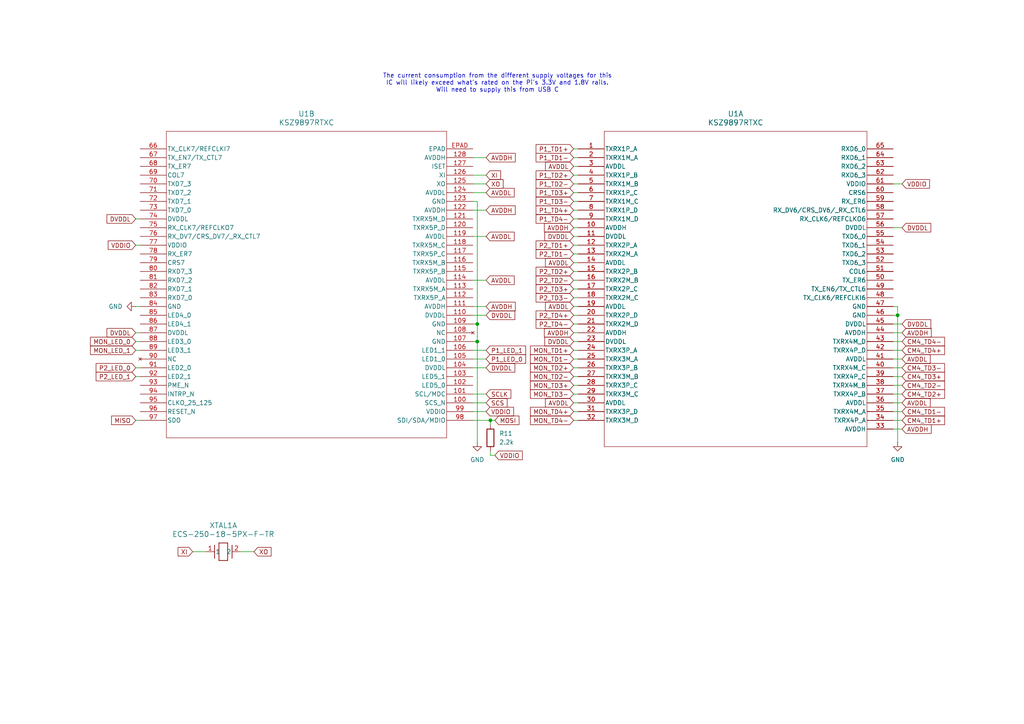
<source format=kicad_sch>
(kicad_sch (version 20231120) (generator "eeschema") (generator_version "8.0")
  (paper "A4")
  (lib_symbols
    (symbol "Device:R" (pin_numbers hide) (pin_names (offset 0))
      (property "Reference" "R" (at 2.032 0 90))
      (property "Value" "R" (at 0 0 90))
      (symbol "R_0_1"
        (rectangle (start -1.016 -2.54) (end 1.016 2.54) (stroke (width 0.254)))
      )
      (symbol "R_1_1"
        (pin passive line (at 0 3.81 270) (length 1.27) (name "~") (number "1"))
        (pin passive line (at 0 -3.81 90) (length 1.27) (name "~") (number "2"))
      )
    )
    (symbol "ECS-250-18-5PX-F-TR:ECS-250-18-5PX-F-TR" (pin_names (offset 0.254))
      (property "Reference" "XTAL" (at 5.08 4.445 0))
      (property "Value" "ECS-250-18-5PX-F-TR" (at 5.08 -4.445 0))
      (symbol "ECS-250-18-5PX-F-TR_1_1"
        (polyline (pts (xy 2.54 -1.905) (xy 2.54 1.905)) (stroke (width 0.2032)))
        (polyline (pts (xy 3.81 -2.54) (xy 3.81 2.54)) (stroke (width 0.2032)))
        (polyline (pts (xy 3.81 2.54) (xy 6.35 2.54)) (stroke (width 0.2032)))
        (polyline (pts (xy 6.35 -2.54) (xy 3.81 -2.54)) (stroke (width 0.2032)))
        (polyline (pts (xy 6.35 2.54) (xy 6.35 -2.54)) (stroke (width 0.2032)))
        (polyline (pts (xy 7.62 -1.905) (xy 7.62 1.905)) (stroke (width 0.2032)))
        (pin unspecified line (at 0 0 0) (length 2.54) (name "1") (number "1"))
        (pin unspecified line (at 10.16 0 180) (length 2.54) (name "2") (number "2"))
      )
      (symbol "ECS-250-18-5PX-F-TR_1_2"
        (polyline (pts (xy -2.54 3.81) (xy -2.54 6.35)) (stroke (width 0.2032)))
        (polyline (pts (xy -2.54 6.35) (xy 2.54 6.35)) (stroke (width 0.2032)))
        (polyline (pts (xy 1.905 2.54) (xy -1.905 2.54)) (stroke (width 0.2032)))
        (polyline (pts (xy 1.905 7.62) (xy -1.905 7.62)) (stroke (width 0.2032)))
        (polyline (pts (xy 2.54 3.81) (xy -2.54 3.81)) (stroke (width 0.2032)))
        (polyline (pts (xy 2.54 6.35) (xy 2.54 3.81)) (stroke (width 0.2032)))
        (pin unspecified line (at 0 0 90) (length 2.54) (name "1") (number "1"))
        (pin unspecified line (at 0 10.16 270) (length 2.54) (name "2") (number "2"))
      )
      (symbol "ECS-250-18-5PX-F-TR_2_1"
        (polyline (pts (xy -2.54 3.81) (xy -2.54 6.35)) (stroke (width 0.2032)))
        (polyline (pts (xy -2.54 6.35) (xy 2.54 6.35)) (stroke (width 0.2032)))
        (polyline (pts (xy 1.905 2.54) (xy -1.905 2.54)) (stroke (width 0.2032)))
        (polyline (pts (xy 1.905 7.62) (xy -1.905 7.62)) (stroke (width 0.2032)))
        (polyline (pts (xy 2.54 3.81) (xy -2.54 3.81)) (stroke (width 0.2032)))
        (polyline (pts (xy 2.54 6.35) (xy 2.54 3.81)) (stroke (width 0.2032)))
      )
      (symbol "ECS-250-18-5PX-F-TR_2_2"
        (polyline (pts (xy -2.54 3.81) (xy -2.54 6.35)) (stroke (width 0.2032)))
        (polyline (pts (xy -2.54 6.35) (xy 2.54 6.35)) (stroke (width 0.2032)))
        (polyline (pts (xy 1.905 2.54) (xy -1.905 2.54)) (stroke (width 0.2032)))
        (polyline (pts (xy 1.905 7.62) (xy -1.905 7.62)) (stroke (width 0.2032)))
        (polyline (pts (xy 2.54 3.81) (xy -2.54 3.81)) (stroke (width 0.2032)))
        (polyline (pts (xy 2.54 6.35) (xy 2.54 3.81)) (stroke (width 0.2032)))
      )
    )
    (symbol "KSZ9897RTXC:KSZ9897RTXC" (pin_names (offset 0.254))
      (property "Reference" "U" (at 45.72 10.16 0))
      (property "Value" "KSZ9897RTXC" (at 45.72 7.62 0))
      (symbol "KSZ9897RTXC_1_1"
        (polyline (pts (xy 7.62 -86.36) (xy 83.82 -86.36)) (stroke (width 0.127)))
        (polyline (pts (xy 7.62 5.08) (xy 7.62 -86.36)) (stroke (width 0.127)))
        (polyline (pts (xy 83.82 -86.36) (xy 83.82 5.08)) (stroke (width 0.127)))
        (polyline (pts (xy 83.82 5.08) (xy 7.62 5.08)) (stroke (width 0.127)))
        (pin bidirectional line (at 0 0 0) (length 7.62) (name "TXRX1P_A") (number "1"))
        (pin power_in line (at 0 -22.86 0) (length 7.62) (name "AVDDH") (number "10"))
        (pin power_in line (at 0 -25.4 0) (length 7.62) (name "DVDDL") (number "11"))
        (pin bidirectional line (at 0 -27.94 0) (length 7.62) (name "TXRX2P_A") (number "12"))
        (pin bidirectional line (at 0 -30.48 0) (length 7.62) (name "TXRX2M_A") (number "13"))
        (pin power_in line (at 0 -33.02 0) (length 7.62) (name "AVDDL") (number "14"))
        (pin bidirectional line (at 0 -35.56 0) (length 7.62) (name "TXRX2P_B") (number "15"))
        (pin bidirectional line (at 0 -38.1 0) (length 7.62) (name "TXRX2M_B") (number "16"))
        (pin bidirectional line (at 0 -40.64 0) (length 7.62) (name "TXRX2P_C") (number "17"))
        (pin bidirectional line (at 0 -43.18 0) (length 7.62) (name "TXRX2M_C") (number "18"))
        (pin power_in line (at 0 -45.72 0) (length 7.62) (name "AVDDL") (number "19"))
        (pin bidirectional line (at 0 -2.54 0) (length 7.62) (name "TXRX1M_A") (number "2"))
        (pin bidirectional line (at 0 -48.26 0) (length 7.62) (name "TXRX2P_D") (number "20"))
        (pin bidirectional line (at 0 -50.8 0) (length 7.62) (name "TXRX2M_D") (number "21"))
        (pin power_in line (at 0 -53.34 0) (length 7.62) (name "AVDDH") (number "22"))
        (pin power_in line (at 0 -55.88 0) (length 7.62) (name "DVDDL") (number "23"))
        (pin bidirectional line (at 0 -58.42 0) (length 7.62) (name "TXRX3P_A") (number "24"))
        (pin bidirectional line (at 0 -60.96 0) (length 7.62) (name "TXRX3M_A") (number "25"))
        (pin bidirectional line (at 0 -63.5 0) (length 7.62) (name "TXRX3P_B") (number "26"))
        (pin bidirectional line (at 0 -66.04 0) (length 7.62) (name "TXRX3M_B") (number "27"))
        (pin bidirectional line (at 0 -68.58 0) (length 7.62) (name "TXRX3P_C") (number "28"))
        (pin bidirectional line (at 0 -71.12 0) (length 7.62) (name "TXRX3M_C") (number "29"))
        (pin power_in line (at 0 -5.08 0) (length 7.62) (name "AVDDL") (number "3"))
        (pin power_in line (at 0 -73.66 0) (length 7.62) (name "AVDDL") (number "30"))
        (pin bidirectional line (at 0 -76.2 0) (length 7.62) (name "TXRX3P_D") (number "31"))
        (pin bidirectional line (at 0 -78.74 0) (length 7.62) (name "TXRX3M_D") (number "32"))
        (pin power_in line (at 91.44 -81.28 180) (length 7.62) (name "AVDDH") (number "33"))
        (pin bidirectional line (at 91.44 -78.74 180) (length 7.62) (name "TXRX4P_A") (number "34"))
        (pin bidirectional line (at 91.44 -76.2 180) (length 7.62) (name "TXRX4M_A") (number "35"))
        (pin power_in line (at 91.44 -73.66 180) (length 7.62) (name "AVDDL") (number "36"))
        (pin bidirectional line (at 91.44 -71.12 180) (length 7.62) (name "TXRX4P_B") (number "37"))
        (pin bidirectional line (at 91.44 -68.58 180) (length 7.62) (name "TXRX4M_B") (number "38"))
        (pin bidirectional line (at 91.44 -66.04 180) (length 7.62) (name "TXRX4P_C") (number "39"))
        (pin bidirectional line (at 0 -7.62 0) (length 7.62) (name "TXRX1P_B") (number "4"))
        (pin bidirectional line (at 91.44 -63.5 180) (length 7.62) (name "TXRX4M_C") (number "40"))
        (pin power_in line (at 91.44 -60.96 180) (length 7.62) (name "AVDDL") (number "41"))
        (pin bidirectional line (at 91.44 -58.42 180) (length 7.62) (name "TXRX4P_D") (number "42"))
        (pin bidirectional line (at 91.44 -55.88 180) (length 7.62) (name "TXRX4M_D") (number "43"))
        (pin power_in line (at 91.44 -53.34 180) (length 7.62) (name "AVDDH") (number "44"))
        (pin power_in line (at 91.44 -50.8 180) (length 7.62) (name "DVDDL") (number "45"))
        (pin power_out line (at 91.44 -48.26 180) (length 7.62) (name "GND") (number "46"))
        (pin power_out line (at 91.44 -45.72 180) (length 7.62) (name "GND") (number "47"))
        (pin bidirectional line (at 91.44 -43.18 180) (length 7.62) (name "TX_CLK6/REFCLKI6") (number "48"))
        (pin bidirectional line (at 91.44 -40.64 180) (length 7.62) (name "TX_EN6/TX_CTL6") (number "49"))
        (pin bidirectional line (at 0 -10.16 0) (length 7.62) (name "TXRX1M_B") (number "5"))
        (pin bidirectional line (at 91.44 -38.1 180) (length 7.62) (name "TX_ER6") (number "50"))
        (pin bidirectional line (at 91.44 -35.56 180) (length 7.62) (name "COL6") (number "51"))
        (pin bidirectional line (at 91.44 -33.02 180) (length 7.62) (name "TXD6_3") (number "52"))
        (pin bidirectional line (at 91.44 -30.48 180) (length 7.62) (name "TXD6_2") (number "53"))
        (pin bidirectional line (at 91.44 -27.94 180) (length 7.62) (name "TXD6_1") (number "54"))
        (pin bidirectional line (at 91.44 -25.4 180) (length 7.62) (name "TXD6_0") (number "55"))
        (pin power_in line (at 91.44 -22.86 180) (length 7.62) (name "DVDDL") (number "56"))
        (pin bidirectional line (at 91.44 -20.32 180) (length 7.62) (name "RX_CLK6/REFCLKO6") (number "57"))
        (pin bidirectional line (at 91.44 -17.78 180) (length 7.62) (name "RX_DV6/CRS_DV6/_RX_CTL6") (number "58"))
        (pin bidirectional line (at 91.44 -15.24 180) (length 7.62) (name "RX_ER6") (number "59"))
        (pin bidirectional line (at 0 -12.7 0) (length 7.62) (name "TXRX1P_C") (number "6"))
        (pin bidirectional line (at 91.44 -12.7 180) (length 7.62) (name "CRS6") (number "60"))
        (pin power_in line (at 91.44 -10.16 180) (length 7.62) (name "VDDIO") (number "61"))
        (pin bidirectional line (at 91.44 -7.62 180) (length 7.62) (name "RXD6_3") (number "62"))
        (pin bidirectional line (at 91.44 -5.08 180) (length 7.62) (name "RXD6_2") (number "63"))
        (pin bidirectional line (at 91.44 -2.54 180) (length 7.62) (name "RXD6_1") (number "64"))
        (pin bidirectional line (at 91.44 0 180) (length 7.62) (name "RXD6_0") (number "65"))
        (pin bidirectional line (at 0 -15.24 0) (length 7.62) (name "TXRX1M_C") (number "7"))
        (pin bidirectional line (at 0 -17.78 0) (length 7.62) (name "TXRX1P_D") (number "8"))
        (pin bidirectional line (at 0 -20.32 0) (length 7.62) (name "TXRX1M_D") (number "9"))
      )
      (symbol "KSZ9897RTXC_2_1"
        (polyline (pts (xy 7.62 -83.82) (xy 88.9 -83.82)) (stroke (width 0.127)))
        (polyline (pts (xy 7.62 5.08) (xy 7.62 -83.82)) (stroke (width 0.127)))
        (polyline (pts (xy 88.9 -83.82) (xy 88.9 5.08)) (stroke (width 0.127)))
        (polyline (pts (xy 88.9 5.08) (xy 7.62 5.08)) (stroke (width 0.127)))
        (pin unspecified line (at 96.52 -73.66 180) (length 7.62) (name "SCS_N") (number "100"))
        (pin unspecified line (at 96.52 -71.12 180) (length 7.62) (name "SCL/MDC") (number "101"))
        (pin bidirectional line (at 96.52 -68.58 180) (length 7.62) (name "LED5_0") (number "102"))
        (pin bidirectional line (at 96.52 -66.04 180) (length 7.62) (name "LED5_1") (number "103"))
        (pin power_in line (at 96.52 -63.5 180) (length 7.62) (name "DVDDL") (number "104"))
        (pin bidirectional line (at 96.52 -60.96 180) (length 7.62) (name "LED1_0") (number "105"))
        (pin bidirectional line (at 96.52 -58.42 180) (length 7.62) (name "LED1_1") (number "106"))
        (pin power_out line (at 96.52 -55.88 180) (length 7.62) (name "GND") (number "107"))
        (pin no_connect line (at 96.52 -53.34 180) (length 7.62) (name "NC") (number "108"))
        (pin power_out line (at 96.52 -50.8 180) (length 7.62) (name "GND") (number "109"))
        (pin power_in line (at 96.52 -48.26 180) (length 7.62) (name "DVDDL") (number "110"))
        (pin power_in line (at 96.52 -45.72 180) (length 7.62) (name "AVDDH") (number "111"))
        (pin bidirectional line (at 96.52 -43.18 180) (length 7.62) (name "TXRX5P_A") (number "112"))
        (pin bidirectional line (at 96.52 -40.64 180) (length 7.62) (name "TXRX5M_A") (number "113"))
        (pin power_in line (at 96.52 -38.1 180) (length 7.62) (name "AVDDL") (number "114"))
        (pin bidirectional line (at 96.52 -35.56 180) (length 7.62) (name "TXRX5P_B") (number "115"))
        (pin bidirectional line (at 96.52 -33.02 180) (length 7.62) (name "TXRX5M_B") (number "116"))
        (pin bidirectional line (at 96.52 -30.48 180) (length 7.62) (name "TXRX5P_C") (number "117"))
        (pin bidirectional line (at 96.52 -27.94 180) (length 7.62) (name "TXRX5M_C") (number "118"))
        (pin power_in line (at 96.52 -25.4 180) (length 7.62) (name "AVDDL") (number "119"))
        (pin bidirectional line (at 96.52 -22.86 180) (length 7.62) (name "TXRX5P_D") (number "120"))
        (pin bidirectional line (at 96.52 -20.32 180) (length 7.62) (name "TXRX5M_D") (number "121"))
        (pin power_in line (at 96.52 -17.78 180) (length 7.62) (name "AVDDH") (number "122"))
        (pin power_out line (at 96.52 -15.24 180) (length 7.62) (name "GND") (number "123"))
        (pin power_in line (at 96.52 -12.7 180) (length 7.62) (name "AVDDL") (number "124"))
        (pin output line (at 96.52 -10.16 180) (length 7.62) (name "XO") (number "125"))
        (pin input line (at 96.52 -7.62 180) (length 7.62) (name "XI") (number "126"))
        (pin unspecified line (at 96.52 -5.08 180) (length 7.62) (name "ISET") (number "127"))
        (pin power_in line (at 96.52 -2.54 180) (length 7.62) (name "AVDDH") (number "128"))
        (pin bidirectional line (at 0 0 0) (length 7.62) (name "TX_CLK7/REFCLKI7") (number "66"))
        (pin bidirectional line (at 0 -2.54 0) (length 7.62) (name "TX_EN7/TX_CTL7") (number "67"))
        (pin bidirectional line (at 0 -5.08 0) (length 7.62) (name "TX_ER7") (number "68"))
        (pin bidirectional line (at 0 -7.62 0) (length 7.62) (name "COL7") (number "69"))
        (pin bidirectional line (at 0 -10.16 0) (length 7.62) (name "TXD7_3") (number "70"))
        (pin bidirectional line (at 0 -12.7 0) (length 7.62) (name "TXD7_2") (number "71"))
        (pin bidirectional line (at 0 -15.24 0) (length 7.62) (name "TXD7_1") (number "72"))
        (pin bidirectional line (at 0 -17.78 0) (length 7.62) (name "TXD7_0") (number "73"))
        (pin power_in line (at 0 -20.32 0) (length 7.62) (name "DVDDL") (number "74"))
        (pin bidirectional line (at 0 -22.86 0) (length 7.62) (name "RX_CLK7/REFCLKO7") (number "75"))
        (pin bidirectional line (at 0 -25.4 0) (length 7.62) (name "RX_DV7/CRS_DV7/_RX_CTL7") (number "76"))
        (pin power_in line (at 0 -27.94 0) (length 7.62) (name "VDDIO") (number "77"))
        (pin bidirectional line (at 0 -30.48 0) (length 7.62) (name "RX_ER7") (number "78"))
        (pin bidirectional line (at 0 -33.02 0) (length 7.62) (name "CRS7") (number "79"))
        (pin bidirectional line (at 0 -35.56 0) (length 7.62) (name "RXD7_3") (number "80"))
        (pin bidirectional line (at 0 -38.1 0) (length 7.62) (name "RXD7_2") (number "81"))
        (pin bidirectional line (at 0 -40.64 0) (length 7.62) (name "RXD7_1") (number "82"))
        (pin bidirectional line (at 0 -43.18 0) (length 7.62) (name "RXD7_0") (number "83"))
        (pin power_out line (at 0 -45.72 0) (length 7.62) (name "GND") (number "84"))
        (pin bidirectional line (at 0 -48.26 0) (length 7.62) (name "LED4_0") (number "85"))
        (pin bidirectional line (at 0 -50.8 0) (length 7.62) (name "LED4_1") (number "86"))
        (pin power_in line (at 0 -53.34 0) (length 7.62) (name "DVDDL") (number "87"))
        (pin bidirectional line (at 0 -55.88 0) (length 7.62) (name "LED3_0") (number "88"))
        (pin bidirectional line (at 0 -58.42 0) (length 7.62) (name "LED3_1") (number "89"))
        (pin no_connect line (at 0 -60.96 0) (length 7.62) (name "NC") (number "90"))
        (pin bidirectional line (at 0 -63.5 0) (length 7.62) (name "LED2_0") (number "91"))
        (pin bidirectional line (at 0 -66.04 0) (length 7.62) (name "LED2_1") (number "92"))
        (pin output line (at 0 -68.58 0) (length 7.62) (name "PME_N") (number "93"))
        (pin output line (at 0 -71.12 0) (length 7.62) (name "INTRP_N") (number "94"))
        (pin output line (at 0 -73.66 0) (length 7.62) (name "CLKO_25_125") (number "95"))
        (pin input line (at 0 -76.2 0) (length 7.62) (name "RESET_N") (number "96"))
        (pin output line (at 0 -78.74 0) (length 7.62) (name "SDO") (number "97"))
        (pin unspecified line (at 96.52 -78.74 180) (length 7.62) (name "SDI/SDA/MDIO") (number "98"))
        (pin power_in line (at 96.52 -76.2 180) (length 7.62) (name "VDDIO") (number "99"))
        (pin unspecified line (at 96.52 0 180) (length 7.62) (name "EPAD") (number "EPAD"))
      )
    )
    (symbol "power:GND" (power) (pin_numbers hide) (pin_names (offset 0) hide)
      (property "Value" "GND" (at 0 -3.81 0))
      (symbol "GND_0_1"
        (polyline (pts (xy 0 0) (xy 0 -1.27) (xy 1.27 -1.27) (xy 0 -2.54) (xy -1.27 -1.27) (xy 0 -1.27)))
      )
      (symbol "GND_1_1"
        (pin power_in line (at 0 0 270) (length 0) (name "~") (number "1"))
      )
    )
  )
  (junction (at 138.43 99.06))
  (junction (at 142.24 121.92))
  (junction (at 138.43 93.98))
  (junction (at 260.35 91.44))
  (wire (pts (xy 166.37 121.92) (xy 167.64 121.92)))
  (wire (pts (xy 166.37 60.96) (xy 167.64 60.96)))
  (wire (pts (xy 166.37 83.82) (xy 167.64 83.82)))
  (wire (pts (xy 166.37 91.44) (xy 167.64 91.44)))
  (wire (pts (xy 137.16 101.6) (xy 140.97 101.6)))
  (wire (pts (xy 140.97 119.38) (xy 137.16 119.38)))
  (wire (pts (xy 39.37 88.9) (xy 40.64 88.9)))
  (wire (pts (xy 166.37 88.9) (xy 167.64 88.9)))
  (wire (pts (xy 137.16 116.84) (xy 140.97 116.84)))
  (wire (pts (xy 259.08 124.46) (xy 261.62 124.46)))
  (wire (pts (xy 39.37 106.68) (xy 40.64 106.68)))
  (wire (pts (xy 261.62 106.68) (xy 259.08 106.68)))
  (wire (pts (xy 259.08 53.34) (xy 261.62 53.34)))
  (wire (pts (xy 261.62 121.92) (xy 259.08 121.92)))
  (wire (pts (xy 166.37 119.38) (xy 167.64 119.38)))
  (wire (pts (xy 166.37 96.52) (xy 167.64 96.52)))
  (wire (pts (xy 138.43 99.06) (xy 138.43 128.27)))
  (wire (pts (xy 39.37 96.52) (xy 40.64 96.52)))
  (wire (pts (xy 137.16 121.92) (xy 142.24 121.92)))
  (wire (pts (xy 39.37 71.12) (xy 40.64 71.12)))
  (wire (pts (xy 137.16 88.9) (xy 140.97 88.9)))
  (wire (pts (xy 142.24 123.19) (xy 142.24 121.92)))
  (wire (pts (xy 39.37 99.06) (xy 40.64 99.06)))
  (wire (pts (xy 260.35 91.44) (xy 260.35 128.27)))
  (wire (pts (xy 137.16 91.44) (xy 140.97 91.44)))
  (wire (pts (xy 166.37 81.28) (xy 167.64 81.28)))
  (wire (pts (xy 55.88 160.02) (xy 59.69 160.02)))
  (wire (pts (xy 137.16 50.8) (xy 140.97 50.8)))
  (wire (pts (xy 166.37 116.84) (xy 167.64 116.84)))
  (wire (pts (xy 39.37 63.5) (xy 40.64 63.5)))
  (wire (pts (xy 259.08 91.44) (xy 260.35 91.44)))
  (wire (pts (xy 166.37 114.3) (xy 167.64 114.3)))
  (wire (pts (xy 137.16 81.28) (xy 140.97 81.28)))
  (wire (pts (xy 137.16 106.68) (xy 140.97 106.68)))
  (wire (pts (xy 166.37 43.18) (xy 167.64 43.18)))
  (wire (pts (xy 166.37 55.88) (xy 167.64 55.88)))
  (wire (pts (xy 166.37 93.98) (xy 167.64 93.98)))
  (wire (pts (xy 138.43 99.06) (xy 137.16 99.06)))
  (wire (pts (xy 261.62 111.76) (xy 259.08 111.76)))
  (wire (pts (xy 166.37 106.68) (xy 167.64 106.68)))
  (wire (pts (xy 261.62 119.38) (xy 259.08 119.38)))
  (wire (pts (xy 259.08 96.52) (xy 261.62 96.52)))
  (wire (pts (xy 260.35 91.44) (xy 260.35 88.9)))
  (wire (pts (xy 259.08 66.04) (xy 261.62 66.04)))
  (wire (pts (xy 137.16 55.88) (xy 140.97 55.88)))
  (wire (pts (xy 142.24 121.92) (xy 143.51 121.92)))
  (wire (pts (xy 261.62 101.6) (xy 259.08 101.6)))
  (wire (pts (xy 261.62 99.06) (xy 259.08 99.06)))
  (wire (pts (xy 166.37 101.6) (xy 167.64 101.6)))
  (wire (pts (xy 137.16 68.58) (xy 140.97 68.58)))
  (wire (pts (xy 137.16 45.72) (xy 140.97 45.72)))
  (wire (pts (xy 259.08 104.14) (xy 261.62 104.14)))
  (wire (pts (xy 166.37 48.26) (xy 167.64 48.26)))
  (wire (pts (xy 142.24 130.81) (xy 142.24 132.08)))
  (wire (pts (xy 39.37 101.6) (xy 40.64 101.6)))
  (wire (pts (xy 166.37 109.22) (xy 167.64 109.22)))
  (wire (pts (xy 260.35 88.9) (xy 259.08 88.9)))
  (wire (pts (xy 166.37 111.76) (xy 167.64 111.76)))
  (wire (pts (xy 166.37 58.42) (xy 167.64 58.42)))
  (wire (pts (xy 138.43 58.42) (xy 138.43 93.98)))
  (wire (pts (xy 137.16 58.42) (xy 138.43 58.42)))
  (wire (pts (xy 166.37 68.58) (xy 167.64 68.58)))
  (wire (pts (xy 166.37 78.74) (xy 167.64 78.74)))
  (wire (pts (xy 261.62 109.22) (xy 259.08 109.22)))
  (wire (pts (xy 69.85 160.02) (xy 73.66 160.02)))
  (wire (pts (xy 39.37 121.92) (xy 40.64 121.92)))
  (wire (pts (xy 166.37 104.14) (xy 167.64 104.14)))
  (wire (pts (xy 166.37 99.06) (xy 167.64 99.06)))
  (wire (pts (xy 166.37 50.8) (xy 167.64 50.8)))
  (wire (pts (xy 259.08 93.98) (xy 261.62 93.98)))
  (wire (pts (xy 138.43 93.98) (xy 137.16 93.98)))
  (wire (pts (xy 137.16 114.3) (xy 140.97 114.3)))
  (wire (pts (xy 137.16 60.96) (xy 140.97 60.96)))
  (wire (pts (xy 137.16 104.14) (xy 140.97 104.14)))
  (wire (pts (xy 166.37 76.2) (xy 167.64 76.2)))
  (wire (pts (xy 166.37 63.5) (xy 167.64 63.5)))
  (wire (pts (xy 39.37 109.22) (xy 40.64 109.22)))
  (wire (pts (xy 166.37 86.36) (xy 167.64 86.36)))
  (wire (pts (xy 166.37 71.12) (xy 167.64 71.12)))
  (wire (pts (xy 166.37 45.72) (xy 167.64 45.72)))
  (wire (pts (xy 166.37 73.66) (xy 167.64 73.66)))
  (wire (pts (xy 138.43 93.98) (xy 138.43 99.06)))
  (wire (pts (xy 140.97 53.34) (xy 137.16 53.34)))
  (wire (pts (xy 166.37 53.34) (xy 167.64 53.34)))
  (wire (pts (xy 259.08 116.84) (xy 261.62 116.84)))
  (wire (pts (xy 166.37 66.04) (xy 167.64 66.04)))
  (wire (pts (xy 261.62 114.3) (xy 259.08 114.3)))
  (wire (pts (xy 142.24 132.08) (xy 143.51 132.08)))
  (text "The current consumption from the different supply voltages for this\nIC will likely exceed what's rated on the Pi's 3.3V and 1.8V rails.\nWill need to supply this from USB C" (at 144.272 24.13 0) (effects (font (size 1.27 1.27))))
  (global_label "P2_TD1+" (shape input) (at 166.37 71.12 180) (property "Intersheetrefs" "${INTERSHEET_REFS}" (effects (hide yes))))
  (global_label "CM4_TD4+" (shape input) (at 261.62 101.6 0) (property "Intersheetrefs" "${INTERSHEET_REFS}" (effects (hide yes))))
  (global_label "DVDDL" (shape input) (at 166.37 68.58 180) (property "Intersheetrefs" "${INTERSHEET_REFS}" (effects (hide yes))))
  (global_label "AVDDH" (shape input) (at 140.97 45.72 0) (property "Intersheetrefs" "${INTERSHEET_REFS}" (effects (hide yes))))
  (global_label "CM4_TD2+" (shape input) (at 261.62 114.3 0) (property "Intersheetrefs" "${INTERSHEET_REFS}" (effects (hide yes))))
  (global_label "P1_TD4+" (shape input) (at 166.37 60.96 180) (property "Intersheetrefs" "${INTERSHEET_REFS}" (effects (hide yes))))
  (global_label "AVDDL" (shape input) (at 261.62 104.14 0) (property "Intersheetrefs" "${INTERSHEET_REFS}" (effects (hide yes))))
  (global_label "P2_TD3+" (shape input) (at 166.37 83.82 180) (property "Intersheetrefs" "${INTERSHEET_REFS}" (effects (hide yes))))
  (global_label "CM4_TD1-" (shape input) (at 261.62 119.38 0) (property "Intersheetrefs" "${INTERSHEET_REFS}" (effects (hide yes))))
  (global_label "MON_TD4+" (shape input) (at 166.37 119.38 180) (property "Intersheetrefs" "${INTERSHEET_REFS}" (effects (hide yes))))
  (global_label "MON_TD1-" (shape input) (at 166.37 104.14 180) (property "Intersheetrefs" "${INTERSHEET_REFS}" (effects (hide yes))))
  (global_label "AVDDH" (shape input) (at 140.97 60.96 0) (property "Intersheetrefs" "${INTERSHEET_REFS}" (effects (hide yes))))
  (global_label "P1_TD2+" (shape input) (at 166.37 50.8 180) (property "Intersheetrefs" "${INTERSHEET_REFS}" (effects (hide yes))))
  (global_label "CM4_TD3+" (shape input) (at 261.62 109.22 0) (property "Intersheetrefs" "${INTERSHEET_REFS}" (effects (hide yes))))
  (global_label "CM4_TD4-" (shape input) (at 261.62 99.06 0) (property "Intersheetrefs" "${INTERSHEET_REFS}" (effects (hide yes))))
  (global_label "P1_TD1+" (shape input) (at 166.37 43.18 180) (property "Intersheetrefs" "${INTERSHEET_REFS}" (effects (hide yes))))
  (global_label "DVDDL" (shape input) (at 166.37 99.06 180) (property "Intersheetrefs" "${INTERSHEET_REFS}" (effects (hide yes))))
  (global_label "P1_TD3+" (shape input) (at 166.37 55.88 180) (property "Intersheetrefs" "${INTERSHEET_REFS}" (effects (hide yes))))
  (global_label "P1_TD1-" (shape input) (at 166.37 45.72 180) (property "Intersheetrefs" "${INTERSHEET_REFS}" (effects (hide yes))))
  (global_label "MOSI" (shape input) (at 143.51 121.92 0) (property "Intersheetrefs" "${INTERSHEET_REFS}" (effects (hide yes))))
  (global_label "AVDDL" (shape input) (at 166.37 116.84 180) (property "Intersheetrefs" "${INTERSHEET_REFS}" (effects (hide yes))))
  (global_label "DVDDL" (shape input) (at 261.62 66.04 0) (property "Intersheetrefs" "${INTERSHEET_REFS}" (effects (hide yes))))
  (global_label "VDDIO" (shape input) (at 140.97 119.38 0) (property "Intersheetrefs" "${INTERSHEET_REFS}" (effects (hide yes))))
  (global_label "P2_TD1-" (shape input) (at 166.37 73.66 180) (property "Intersheetrefs" "${INTERSHEET_REFS}" (effects (hide yes))))
  (global_label "AVDDH" (shape input) (at 261.62 96.52 0) (property "Intersheetrefs" "${INTERSHEET_REFS}" (effects (hide yes))))
  (global_label "XI" (shape input) (at 140.97 50.8 0) (property "Intersheetrefs" "${INTERSHEET_REFS}" (effects (hide yes))))
  (global_label "SCLK" (shape input) (at 140.97 114.3 0) (property "Intersheetrefs" "${INTERSHEET_REFS}" (effects (hide yes))))
  (global_label "MON_TD3+" (shape input) (at 166.37 111.76 180) (property "Intersheetrefs" "${INTERSHEET_REFS}" (effects (hide yes))))
  (global_label "XO" (shape input) (at 140.97 53.34 0) (property "Intersheetrefs" "${INTERSHEET_REFS}" (effects (hide yes))))
  (global_label "AVDDL" (shape input) (at 166.37 88.9 180) (property "Intersheetrefs" "${INTERSHEET_REFS}" (effects (hide yes))))
  (global_label "AVDDL" (shape input) (at 140.97 55.88 0) (property "Intersheetrefs" "${INTERSHEET_REFS}" (effects (hide yes))))
  (global_label "P1_TD2-" (shape input) (at 166.37 53.34 180) (property "Intersheetrefs" "${INTERSHEET_REFS}" (effects (hide yes))))
  (global_label "MON_LED_0" (shape input) (at 39.37 99.06 180) (property "Intersheetrefs" "${INTERSHEET_REFS}" (effects (hide yes))))
  (global_label "DVDDL" (shape input) (at 39.37 96.52 180) (property "Intersheetrefs" "${INTERSHEET_REFS}" (effects (hide yes))))
  (global_label "P2_LED_0" (shape input) (at 39.37 106.68 180) (property "Intersheetrefs" "${INTERSHEET_REFS}" (effects (hide yes))))
  (global_label "P2_LED_1" (shape input) (at 39.37 109.22 180) (property "Intersheetrefs" "${INTERSHEET_REFS}" (effects (hide yes))))
  (global_label "CM4_TD1+" (shape input) (at 261.62 121.92 0) (property "Intersheetrefs" "${INTERSHEET_REFS}" (effects (hide yes))))
  (global_label "CM4_TD2-" (shape input) (at 261.62 111.76 0) (property "Intersheetrefs" "${INTERSHEET_REFS}" (effects (hide yes))))
  (global_label "MON_LED_1" (shape input) (at 39.37 101.6 180) (property "Intersheetrefs" "${INTERSHEET_REFS}" (effects (hide yes))))
  (global_label "VDDIO" (shape input) (at 143.51 132.08 0) (property "Intersheetrefs" "${INTERSHEET_REFS}" (effects (hide yes))))
  (global_label "P2_TD2-" (shape input) (at 166.37 81.28 180) (property "Intersheetrefs" "${INTERSHEET_REFS}" (effects (hide yes))))
  (global_label "DVDDL" (shape input) (at 140.97 91.44 0) (property "Intersheetrefs" "${INTERSHEET_REFS}" (effects (hide yes))))
  (global_label "P2_TD3-" (shape input) (at 166.37 86.36 180) (property "Intersheetrefs" "${INTERSHEET_REFS}" (effects (hide yes))))
  (global_label "XO" (shape input) (at 73.66 160.02 0) (property "Intersheetrefs" "${INTERSHEET_REFS}" (effects (hide yes))))
  (global_label "P1_TD4-" (shape input) (at 166.37 63.5 180) (property "Intersheetrefs" "${INTERSHEET_REFS}" (effects (hide yes))))
  (global_label "AVDDH" (shape input) (at 261.62 124.46 0) (property "Intersheetrefs" "${INTERSHEET_REFS}" (effects (hide yes))))
  (global_label "VDDIO" (shape input) (at 39.37 71.12 180) (property "Intersheetrefs" "${INTERSHEET_REFS}" (effects (hide yes))))
  (global_label "P2_TD4-" (shape input) (at 166.37 93.98 180) (property "Intersheetrefs" "${INTERSHEET_REFS}" (effects (hide yes))))
  (global_label "P1_TD3-" (shape input) (at 166.37 58.42 180) (property "Intersheetrefs" "${INTERSHEET_REFS}" (effects (hide yes))))
  (global_label "P2_TD2+" (shape input) (at 166.37 78.74 180) (property "Intersheetrefs" "${INTERSHEET_REFS}" (effects (hide yes))))
  (global_label "P1_LED_1" (shape input) (at 140.97 101.6 0) (property "Intersheetrefs" "${INTERSHEET_REFS}" (effects (hide yes))))
  (global_label "DVDDL" (shape input) (at 39.37 63.5 180) (property "Intersheetrefs" "${INTERSHEET_REFS}" (effects (hide yes))))
  (global_label "AVDDL" (shape input) (at 166.37 48.26 180) (property "Intersheetrefs" "${INTERSHEET_REFS}" (effects (hide yes))))
  (global_label "P1_LED_0" (shape input) (at 140.97 104.14 0) (property "Intersheetrefs" "${INTERSHEET_REFS}" (effects (hide yes))))
  (global_label "AVDDL" (shape input) (at 166.37 76.2 180) (property "Intersheetrefs" "${INTERSHEET_REFS}" (effects (hide yes))))
  (global_label "AVDDL" (shape input) (at 261.62 116.84 0) (property "Intersheetrefs" "${INTERSHEET_REFS}" (effects (hide yes))))
  (global_label "DVDDL" (shape input) (at 261.62 93.98 0) (property "Intersheetrefs" "${INTERSHEET_REFS}" (effects (hide yes))))
  (global_label "MON_TD2-" (shape input) (at 166.37 109.22 180) (property "Intersheetrefs" "${INTERSHEET_REFS}" (effects (hide yes))))
  (global_label "MON_TD3-" (shape input) (at 166.37 114.3 180) (property "Intersheetrefs" "${INTERSHEET_REFS}" (effects (hide yes))))
  (global_label "SCS" (shape input) (at 140.97 116.84 0) (property "Intersheetrefs" "${INTERSHEET_REFS}" (effects (hide yes))))
  (global_label "P2_TD4+" (shape input) (at 166.37 91.44 180) (property "Intersheetrefs" "${INTERSHEET_REFS}" (effects (hide yes))))
  (global_label "MON_TD2+" (shape input) (at 166.37 106.68 180) (property "Intersheetrefs" "${INTERSHEET_REFS}" (effects (hide yes))))
  (global_label "MON_TD4-" (shape input) (at 166.37 121.92 180) (property "Intersheetrefs" "${INTERSHEET_REFS}" (effects (hide yes))))
  (global_label "MISO" (shape input) (at 39.37 121.92 180) (property "Intersheetrefs" "${INTERSHEET_REFS}" (effects (hide yes))))
  (global_label "XI" (shape input) (at 55.88 160.02 180) (property "Intersheetrefs" "${INTERSHEET_REFS}" (effects (hide yes))))
  (global_label "AVDDL" (shape input) (at 140.97 68.58 0) (property "Intersheetrefs" "${INTERSHEET_REFS}" (effects (hide yes))))
  (global_label "AVDDL" (shape input) (at 140.97 81.28 0) (property "Intersheetrefs" "${INTERSHEET_REFS}" (effects (hide yes))))
  (global_label "DVDDL" (shape input) (at 140.97 106.68 0) (property "Intersheetrefs" "${INTERSHEET_REFS}" (effects (hide yes))))
  (global_label "AVDDH" (shape input) (at 166.37 96.52 180) (property "Intersheetrefs" "${INTERSHEET_REFS}" (effects (hide yes))))
  (global_label "VDDIO" (shape input) (at 261.62 53.34 0) (property "Intersheetrefs" "${INTERSHEET_REFS}" (effects (hide yes))))
  (global_label "AVDDH" (shape input) (at 166.37 66.04 180) (property "Intersheetrefs" "${INTERSHEET_REFS}" (effects (hide yes))))
  (global_label "CM4_TD3-" (shape input) (at 261.62 106.68 0) (property "Intersheetrefs" "${INTERSHEET_REFS}" (effects (hide yes))))
  (global_label "MON_TD1+" (shape input) (at 166.37 101.6 180) (property "Intersheetrefs" "${INTERSHEET_REFS}" (effects (hide yes))))
  (global_label "AVDDH" (shape input) (at 140.97 88.9 0) (property "Intersheetrefs" "${INTERSHEET_REFS}" (effects (hide yes))))
  (symbol (lib_id "power:GND") (at 260.35 128.27 0) (unit 1)
    (property "Reference" "#PWR011" (effects (hide yes)))
    (property "Value" "GND" (at 260.35 133.35 0))
    (property "Description" "Power symbol creates a global label with name \"GND\" , ground" (effects (hide yes)))
  )
  (symbol (lib_id "power:GND") (at 39.37 88.9 270) (unit 1)
    (property "Reference" "#PWR015" (effects (hide yes)))
    (property "Value" "GND" (at 35.56 88.8999 90) (effects (justify right)))
    (property "Description" "Power symbol creates a global label with name \"GND\" , ground" (effects (hide yes)))
  )
  (symbol (lib_id "Device:R") (at 142.24 127 0) (unit 1)
    (property "Reference" "R11" (at 144.78 125.7299 0) (effects (justify left)))
    (property "Value" "2.2k" (at 144.78 128.2699 0) (effects (justify left)))
    (property "Description" "Resistor" (effects (hide yes)))
  )
  (symbol (lib_id "power:GND") (at 138.43 128.27 0) (unit 1)
    (property "Reference" "#PWR010" (effects (hide yes)))
    (property "Value" "GND" (at 138.43 133.35 0))
    (property "Description" "Power symbol creates a global label with name \"GND\" , ground" (effects (hide yes)))
  )
  (symbol (lib_id "KSZ9897RTXC:KSZ9897RTXC") (at 167.64 43.18 0) (unit 1)
    (property "Reference" "U1" (at 213.36 33.02 0) (effects (font (size 1.524 1.524))))
    (property "Value" "KSZ9897RTXC" (at 213.36 35.56 0) (effects (font (size 1.524 1.524))))
    (property "Footprint" "TQFP-EP128_TX_MCH" (effects (hide yes)))
    (property "Datasheet" "KSZ9897RTXC" (effects (hide yes)))
  )
  (symbol (lib_id "ECS-250-18-5PX-F-TR:ECS-250-18-5PX-F-TR") (at 59.69 160.02 0) (unit 1)
    (property "Reference" "XTAL1" (at 64.77 152.4 0) (effects (font (size 1.524 1.524))))
    (property "Value" "ECS-250-18-5PX-F-TR" (at 64.77 154.94 0) (effects (font (size 1.524 1.524))))
    (property "Footprint" "CRYSTAL_ECS-250-18-5PX-F-TR_ECS" (effects (hide yes)))
    (property "Datasheet" "ECS-250-18-5PX-F-TR" (effects (hide yes)))
  )
  (symbol (lib_id "KSZ9897RTXC:KSZ9897RTXC") (at 40.64 43.18 0) (unit 2)
    (property "Reference" "U1" (at 88.9 33.02 0) (effects (font (size 1.524 1.524))))
    (property "Value" "KSZ9897RTXC" (at 88.9 35.56 0) (effects (font (size 1.524 1.524))))
    (property "Footprint" "TQFP-EP128_TX_MCH" (effects (hide yes)))
    (property "Datasheet" "KSZ9897RTXC" (effects (hide yes)))
  )
)
</source>
